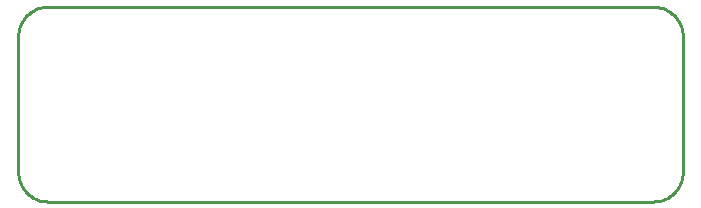
<source format=gbr>
G04 EAGLE Gerber RS-274X export*
G75*
%MOMM*%
%FSLAX34Y34*%
%LPD*%
%IN*%
%IPPOS*%
%AMOC8*
5,1,8,0,0,1.08239X$1,22.5*%
G01*
%ADD10C,0.254000*%


D10*
X0Y25400D02*
X97Y23186D01*
X386Y20989D01*
X865Y18826D01*
X1532Y16713D01*
X2380Y14666D01*
X3403Y12700D01*
X4594Y10831D01*
X5942Y9073D01*
X7440Y7440D01*
X9073Y5942D01*
X10831Y4594D01*
X12700Y3403D01*
X14666Y2380D01*
X16713Y1532D01*
X18826Y865D01*
X20989Y386D01*
X23186Y97D01*
X25400Y0D01*
X537210Y0D01*
X539424Y97D01*
X541621Y386D01*
X543784Y865D01*
X545897Y1532D01*
X547945Y2380D01*
X549910Y3403D01*
X551779Y4594D01*
X553537Y5942D01*
X555171Y7440D01*
X556668Y9073D01*
X558016Y10831D01*
X559207Y12700D01*
X560230Y14666D01*
X561078Y16713D01*
X561745Y18826D01*
X562224Y20989D01*
X562513Y23186D01*
X562610Y25400D01*
X562610Y139700D01*
X562513Y141914D01*
X562224Y144111D01*
X561745Y146274D01*
X561078Y148387D01*
X560230Y150435D01*
X559207Y152400D01*
X558016Y154269D01*
X556668Y156027D01*
X555171Y157661D01*
X553537Y159158D01*
X551779Y160506D01*
X549910Y161697D01*
X547945Y162720D01*
X545897Y163568D01*
X543784Y164235D01*
X541621Y164714D01*
X539424Y165003D01*
X537210Y165100D01*
X25400Y165100D01*
X23186Y165003D01*
X20989Y164714D01*
X18826Y164235D01*
X16713Y163568D01*
X14666Y162720D01*
X12700Y161697D01*
X10831Y160506D01*
X9073Y159158D01*
X7440Y157661D01*
X5942Y156027D01*
X4594Y154269D01*
X3403Y152400D01*
X2380Y150435D01*
X1532Y148387D01*
X865Y146274D01*
X386Y144111D01*
X97Y141914D01*
X0Y139700D01*
X0Y25400D01*
M02*

</source>
